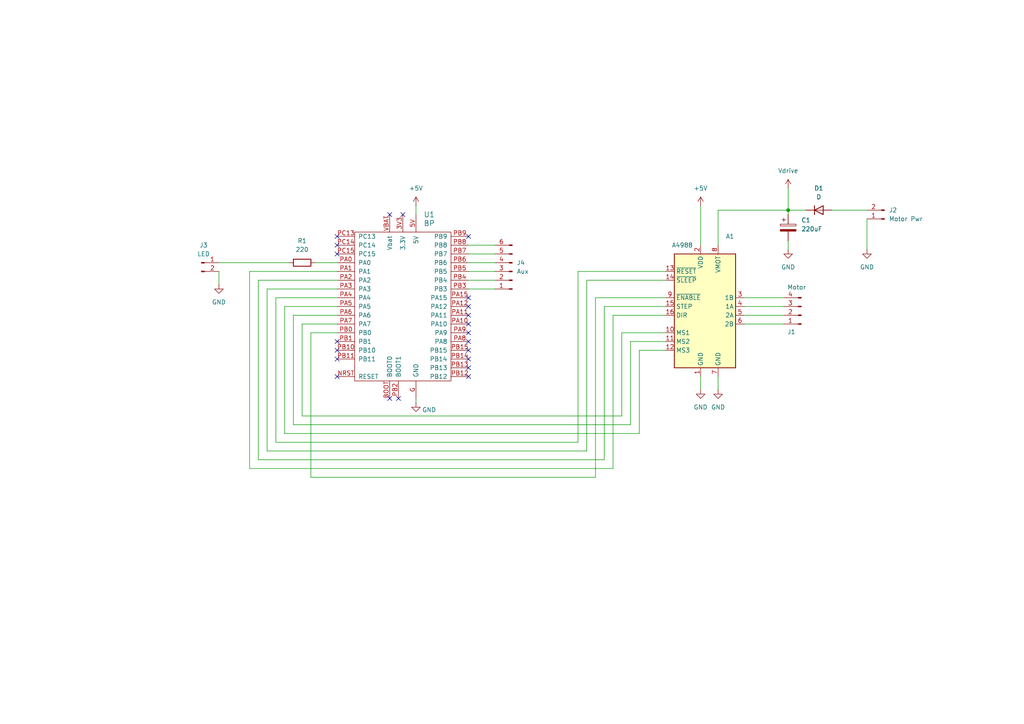
<source format=kicad_sch>
(kicad_sch (version 20231120) (generator "eeschema") (generator_version "8.0")
  (paper "A4")
  (lib_symbols
    (symbol "Connector:Conn_01x02_Pin" (pin_names (offset 1.016) hide)
      (property "Reference" "J" (at 0 2.54 0))
      (property "Value" "Conn_01x02_Pin" (at 0 -5.08 0))
      (symbol "Conn_01x02_Pin_1_1"
        (polyline (pts (xy 1.27 -2.54) (xy 0.8636 -2.54)) (stroke (width 0.1524)))
        (polyline (pts (xy 1.27 0) (xy 0.8636 0)) (stroke (width 0.1524)))
        (rectangle (start 0.8636 -2.413) (end 0 -2.667) (stroke (width 0.1524)) (fill (type outline)))
        (rectangle (start 0.8636 0.127) (end 0 -0.127) (stroke (width 0.1524)) (fill (type outline)))
        (pin passive line (at 5.08 0 180) (length 3.81) (name "Pin_1") (number "1"))
        (pin passive line (at 5.08 -2.54 180) (length 3.81) (name "Pin_2") (number "2"))
      )
    )
    (symbol "Connector:Conn_01x04_Pin" (pin_names (offset 1.016) hide)
      (property "Reference" "J" (at 0 5.08 0))
      (property "Value" "Conn_01x04_Pin" (at 0 -7.62 0))
      (symbol "Conn_01x04_Pin_1_1"
        (polyline (pts (xy 1.27 -5.08) (xy 0.8636 -5.08)) (stroke (width 0.1524)))
        (polyline (pts (xy 1.27 -2.54) (xy 0.8636 -2.54)) (stroke (width 0.1524)))
        (polyline (pts (xy 1.27 0) (xy 0.8636 0)) (stroke (width 0.1524)))
        (polyline (pts (xy 1.27 2.54) (xy 0.8636 2.54)) (stroke (width 0.1524)))
        (rectangle (start 0.8636 -4.953) (end 0 -5.207) (stroke (width 0.1524)) (fill (type outline)))
        (rectangle (start 0.8636 -2.413) (end 0 -2.667) (stroke (width 0.1524)) (fill (type outline)))
        (rectangle (start 0.8636 0.127) (end 0 -0.127) (stroke (width 0.1524)) (fill (type outline)))
        (rectangle (start 0.8636 2.667) (end 0 2.413) (stroke (width 0.1524)) (fill (type outline)))
        (pin passive line (at 5.08 2.54 180) (length 3.81) (name "Pin_1") (number "1"))
        (pin passive line (at 5.08 0 180) (length 3.81) (name "Pin_2") (number "2"))
        (pin passive line (at 5.08 -2.54 180) (length 3.81) (name "Pin_3") (number "3"))
        (pin passive line (at 5.08 -5.08 180) (length 3.81) (name "Pin_4") (number "4"))
      )
    )
    (symbol "Connector:Conn_01x06_Pin" (pin_names (offset 1.016) hide)
      (property "Reference" "J" (at 0 7.62 0))
      (property "Value" "Conn_01x06_Pin" (at 0 -10.16 0))
      (symbol "Conn_01x06_Pin_1_1"
        (polyline (pts (xy 1.27 -7.62) (xy 0.8636 -7.62)) (stroke (width 0.1524)))
        (polyline (pts (xy 1.27 -5.08) (xy 0.8636 -5.08)) (stroke (width 0.1524)))
        (polyline (pts (xy 1.27 -2.54) (xy 0.8636 -2.54)) (stroke (width 0.1524)))
        (polyline (pts (xy 1.27 0) (xy 0.8636 0)) (stroke (width 0.1524)))
        (polyline (pts (xy 1.27 2.54) (xy 0.8636 2.54)) (stroke (width 0.1524)))
        (polyline (pts (xy 1.27 5.08) (xy 0.8636 5.08)) (stroke (width 0.1524)))
        (rectangle (start 0.8636 -7.493) (end 0 -7.747) (stroke (width 0.1524)) (fill (type outline)))
        (rectangle (start 0.8636 -4.953) (end 0 -5.207) (stroke (width 0.1524)) (fill (type outline)))
        (rectangle (start 0.8636 -2.413) (end 0 -2.667) (stroke (width 0.1524)) (fill (type outline)))
        (rectangle (start 0.8636 0.127) (end 0 -0.127) (stroke (width 0.1524)) (fill (type outline)))
        (rectangle (start 0.8636 2.667) (end 0 2.413) (stroke (width 0.1524)) (fill (type outline)))
        (rectangle (start 0.8636 5.207) (end 0 4.953) (stroke (width 0.1524)) (fill (type outline)))
        (pin passive line (at 5.08 5.08 180) (length 3.81) (name "Pin_1") (number "1"))
        (pin passive line (at 5.08 2.54 180) (length 3.81) (name "Pin_2") (number "2"))
        (pin passive line (at 5.08 0 180) (length 3.81) (name "Pin_3") (number "3"))
        (pin passive line (at 5.08 -2.54 180) (length 3.81) (name "Pin_4") (number "4"))
        (pin passive line (at 5.08 -5.08 180) (length 3.81) (name "Pin_5") (number "5"))
        (pin passive line (at 5.08 -7.62 180) (length 3.81) (name "Pin_6") (number "6"))
      )
    )
    (symbol "Device:C_Polarized" (pin_numbers hide) (pin_names (offset 0.254))
      (property "Reference" "C" (at 0.635 2.54 0))
      (property "Value" "C_Polarized" (at 0.635 -2.54 0))
      (symbol "C_Polarized_0_1"
        (rectangle (start -2.286 0.508) (end 2.286 1.016))
        (polyline (pts (xy -1.778 2.286) (xy -0.762 2.286)))
        (polyline (pts (xy -1.27 2.794) (xy -1.27 1.778)))
        (rectangle (start 2.286 -0.508) (end -2.286 -1.016) (fill (type outline)))
      )
      (symbol "C_Polarized_1_1"
        (pin passive line (at 0 3.81 270) (length 2.794) (name "~") (number "1"))
        (pin passive line (at 0 -3.81 90) (length 2.794) (name "~") (number "2"))
      )
    )
    (symbol "Device:D" (pin_numbers hide) (pin_names (offset 1.016) hide)
      (property "Reference" "D" (at 0 2.54 0))
      (property "Value" "D" (at 0 -2.54 0))
      (symbol "D_0_1"
        (polyline (pts (xy -1.27 1.27) (xy -1.27 -1.27)) (stroke (width 0.254)))
        (polyline (pts (xy 1.27 0) (xy -1.27 0)))
        (polyline (pts (xy 1.27 1.27) (xy 1.27 -1.27) (xy -1.27 0) (xy 1.27 1.27)) (stroke (width 0.254)))
      )
      (symbol "D_1_1"
        (pin passive line (at -3.81 0 0) (length 2.54) (name "K") (number "1"))
        (pin passive line (at 3.81 0 180) (length 2.54) (name "A") (number "2"))
      )
    )
    (symbol "Device:R" (pin_numbers hide) (pin_names (offset 0))
      (property "Reference" "R" (at 2.032 0 90))
      (property "Value" "R" (at 0 0 90))
      (symbol "R_0_1"
        (rectangle (start -1.016 -2.54) (end 1.016 2.54) (stroke (width 0.254)))
      )
      (symbol "R_1_1"
        (pin passive line (at 0 3.81 270) (length 1.27) (name "~") (number "1"))
        (pin passive line (at 0 -3.81 90) (length 1.27) (name "~") (number "2"))
      )
    )
    (symbol "Driver_Motor:Pololu_Breakout_A4988"
      (property "Reference" "A" (at -2.54 19.05 0))
      (property "Value" "Pololu_Breakout_A4988" (at -2.54 16.51 0))
      (symbol "Pololu_Breakout_A4988_0_1"
        (rectangle (start 10.16 -17.78) (end -7.62 15.24) (stroke (width 0.254)) (fill (type background)))
      )
      (symbol "Pololu_Breakout_A4988_1_1"
        (pin power_in line (at 0 -20.32 90) (length 2.54) (name "GND") (number "1"))
        (pin input line (at -10.16 -7.62 0) (length 2.54) (name "MS1") (number "10"))
        (pin input line (at -10.16 -10.16 0) (length 2.54) (name "MS2") (number "11"))
        (pin input line (at -10.16 -12.7 0) (length 2.54) (name "MS3") (number "12"))
        (pin input line (at -10.16 10.16 0) (length 2.54) (name "~{RESET}") (number "13"))
        (pin input line (at -10.16 7.62 0) (length 2.54) (name "~{SLEEP}") (number "14"))
        (pin input line (at -10.16 0 0) (length 2.54) (name "STEP") (number "15"))
        (pin input line (at -10.16 -2.54 0) (length 2.54) (name "DIR") (number "16"))
        (pin power_in line (at 0 17.78 270) (length 2.54) (name "VDD") (number "2"))
        (pin output line (at 12.7 2.54 180) (length 2.54) (name "1B") (number "3"))
        (pin output line (at 12.7 0 180) (length 2.54) (name "1A") (number "4"))
        (pin output line (at 12.7 -2.54 180) (length 2.54) (name "2A") (number "5"))
        (pin output line (at 12.7 -5.08 180) (length 2.54) (name "2B") (number "6"))
        (pin power_in line (at 5.08 -20.32 90) (length 2.54) (name "GND") (number "7"))
        (pin power_in line (at 5.08 17.78 270) (length 2.54) (name "VMOT") (number "8"))
        (pin input line (at -10.16 2.54 0) (length 2.54) (name "~{ENABLE}") (number "9"))
      )
    )
    (symbol "bp:BP" (pin_names (offset 1.016))
      (property "Reference" "U" (at -12.7 22.86 0))
      (property "Value" "BP" (at 7.62 -24.13 0))
      (symbol "BP_0_1"
        (rectangle (start -13.97 21.59) (end 13.97 -21.59))
      )
      (symbol "BP_1_1"
        (pin power_out line (at 0 26.67 270) (length 5.08) (name "3.3V") (number "3V3"))
        (pin power_out line (at 3.81 26.67 270) (length 5.08) (name "5V") (number "5V"))
        (pin input line (at -3.81 -26.67 90) (length 5.08) (name "BOOT0") (number "BOOT"))
        (pin power_out line (at 3.81 -26.67 90) (length 5.08) (name "GND") (number "G"))
        (pin input line (at -19.05 -20.32 0) (length 5.08) (name "RESET") (number "NRST"))
        (pin bidirectional line (at -19.05 12.7 0) (length 5.08) (name "PA0") (number "PA0"))
        (pin bidirectional line (at -19.05 10.16 0) (length 5.08) (name "PA1") (number "PA1"))
        (pin bidirectional line (at 19.05 -5.08 180) (length 5.08) (name "PA10") (number "PA10"))
        (pin bidirectional line (at 19.05 -2.54 180) (length 5.08) (name "PA11") (number "PA11"))
        (pin bidirectional line (at 19.05 0 180) (length 5.08) (name "PA12") (number "PA12"))
        (pin bidirectional line (at 19.05 2.54 180) (length 5.08) (name "PA15") (number "PA15"))
        (pin bidirectional line (at -19.05 7.62 0) (length 5.08) (name "PA2") (number "PA2"))
        (pin bidirectional line (at -19.05 5.08 0) (length 5.08) (name "PA3") (number "PA3"))
        (pin bidirectional line (at -19.05 2.54 0) (length 5.08) (name "PA4") (number "PA4"))
        (pin bidirectional line (at -19.05 0 0) (length 5.08) (name "PA5") (number "PA5"))
        (pin bidirectional line (at -19.05 -2.54 0) (length 5.08) (name "PA6") (number "PA6"))
        (pin bidirectional line (at -19.05 -5.08 0) (length 5.08) (name "PA7") (number "PA7"))
        (pin bidirectional line (at 19.05 -10.16 180) (length 5.08) (name "PA8") (number "PA8"))
        (pin bidirectional line (at 19.05 -7.62 180) (length 5.08) (name "PA9") (number "PA9"))
        (pin bidirectional line (at -19.05 -7.62 0) (length 5.08) (name "PB0") (number "PB0"))
        (pin bidirectional line (at -19.05 -10.16 0) (length 5.08) (name "PB1") (number "PB1"))
        (pin bidirectional line (at -19.05 -12.7 0) (length 5.08) (name "PB10") (number "PB10"))
        (pin bidirectional line (at -19.05 -15.24 0) (length 5.08) (name "PB11") (number "PB11"))
        (pin bidirectional line (at 19.05 -20.32 180) (length 5.08) (name "PB12") (number "PB12"))
        (pin bidirectional line (at 19.05 -17.78 180) (length 5.08) (name "PB13") (number "PB13"))
        (pin bidirectional line (at 19.05 -15.24 180) (length 5.08) (name "PB14") (number "PB14"))
        (pin bidirectional line (at 19.05 -12.7 180) (length 5.08) (name "PB15") (number "PB15"))
        (pin input line (at -1.27 -26.67 90) (length 5.08) (name "BOOT1") (number "PB2"))
        (pin bidirectional line (at 19.05 5.08 180) (length 5.08) (name "PB3") (number "PB3"))
        (pin bidirectional line (at 19.05 7.62 180) (length 5.08) (name "PB4") (number "PB4"))
        (pin bidirectional line (at 19.05 10.16 180) (length 5.08) (name "PB5") (number "PB5"))
        (pin bidirectional line (at 19.05 12.7 180) (length 5.08) (name "PB6") (number "PB6"))
        (pin bidirectional line (at 19.05 15.24 180) (length 5.08) (name "PB7") (number "PB7"))
        (pin bidirectional line (at 19.05 17.78 180) (length 5.08) (name "PB8") (number "PB8"))
        (pin bidirectional line (at 19.05 20.32 180) (length 5.08) (name "PB9") (number "PB9"))
        (pin bidirectional line (at -19.05 20.32 0) (length 5.08) (name "PC13") (number "PC13"))
        (pin bidirectional line (at -19.05 17.78 0) (length 5.08) (name "PC14") (number "PC14"))
        (pin bidirectional line (at -19.05 15.24 0) (length 5.08) (name "PC15") (number "PC15"))
        (pin power_in line (at -3.81 26.67 270) (length 5.08) (name "Vbat") (number "VBAT"))
      )
    )
    (symbol "power:+5V" (power) (pin_numbers hide) (pin_names (offset 0) hide)
      (property "Value" "+5V" (at 0 3.556 0))
      (symbol "+5V_0_1"
        (polyline (pts (xy -0.762 1.27) (xy 0 2.54)))
        (polyline (pts (xy 0 0) (xy 0 2.54)))
        (polyline (pts (xy 0 2.54) (xy 0.762 1.27)))
      )
      (symbol "+5V_1_1"
        (pin power_in line (at 0 0 90) (length 0) (name "~") (number "1"))
      )
    )
    (symbol "power:GND" (power) (pin_numbers hide) (pin_names (offset 0) hide)
      (property "Value" "GND" (at 0 -3.81 0))
      (symbol "GND_0_1"
        (polyline (pts (xy 0 0) (xy 0 -1.27) (xy 1.27 -1.27) (xy 0 -2.54) (xy -1.27 -1.27) (xy 0 -1.27)))
      )
      (symbol "GND_1_1"
        (pin power_in line (at 0 0 270) (length 0) (name "~") (number "1"))
      )
    )
    (symbol "power:Vdrive" (power) (pin_numbers hide) (pin_names (offset 0) hide)
      (property "Value" "Vdrive" (at 0 3.556 0))
      (symbol "Vdrive_0_1"
        (polyline (pts (xy -0.762 1.27) (xy 0 2.54)))
        (polyline (pts (xy 0 0) (xy 0 2.54)))
        (polyline (pts (xy 0 2.54) (xy 0.762 1.27)))
      )
      (symbol "Vdrive_1_1"
        (pin power_in line (at 0 0 90) (length 0) (name "~") (number "1"))
      )
    )
  )
  (junction (at 228.6 60.96))
  (no_connect (at 97.79 71.12))
  (no_connect (at 113.03 62.23))
  (no_connect (at 97.79 73.66))
  (no_connect (at 135.89 101.6))
  (no_connect (at 135.89 99.06))
  (no_connect (at 135.89 106.68))
  (no_connect (at 97.79 68.58))
  (no_connect (at 135.89 104.14))
  (no_connect (at 135.89 96.52))
  (no_connect (at 97.79 104.14))
  (no_connect (at 97.79 109.22))
  (no_connect (at 97.79 99.06))
  (no_connect (at 135.89 68.58))
  (no_connect (at 135.89 86.36))
  (no_connect (at 115.57 115.57))
  (no_connect (at 135.89 109.22))
  (no_connect (at 97.79 101.6))
  (no_connect (at 116.84 62.23))
  (no_connect (at 113.03 115.57))
  (no_connect (at 135.89 91.44))
  (no_connect (at 135.89 93.98))
  (no_connect (at 135.89 88.9))
  (wire (pts (xy 177.8 91.44) (xy 193.04 91.44)))
  (wire (pts (xy 120.65 59.69) (xy 120.65 62.23)))
  (wire (pts (xy 170.18 81.28) (xy 193.04 81.28)))
  (wire (pts (xy 208.28 109.22) (xy 208.28 113.03)))
  (wire (pts (xy 63.5 76.2) (xy 83.82 76.2)))
  (wire (pts (xy 82.55 125.73) (xy 185.42 125.73)))
  (wire (pts (xy 97.79 96.52) (xy 90.17 96.52)))
  (wire (pts (xy 87.63 120.65) (xy 180.34 120.65)))
  (wire (pts (xy 87.63 120.65) (xy 87.63 93.98)))
  (wire (pts (xy 228.6 60.96) (xy 228.6 62.23)))
  (wire (pts (xy 77.47 83.82) (xy 97.79 83.82)))
  (wire (pts (xy 91.44 76.2) (xy 97.79 76.2)))
  (wire (pts (xy 135.89 71.12) (xy 143.51 71.12)))
  (wire (pts (xy 203.2 59.69) (xy 203.2 71.12)))
  (wire (pts (xy 74.93 133.35) (xy 175.26 133.35)))
  (wire (pts (xy 80.01 128.27) (xy 167.64 128.27)))
  (wire (pts (xy 72.39 78.74) (xy 72.39 135.89)))
  (wire (pts (xy 77.47 83.82) (xy 77.47 130.81)))
  (wire (pts (xy 63.5 78.74) (xy 63.5 82.55)))
  (wire (pts (xy 180.34 96.52) (xy 193.04 96.52)))
  (wire (pts (xy 177.8 135.89) (xy 177.8 91.44)))
  (wire (pts (xy 182.88 99.06) (xy 193.04 99.06)))
  (wire (pts (xy 87.63 93.98) (xy 97.79 93.98)))
  (wire (pts (xy 215.9 91.44) (xy 227.33 91.44)))
  (wire (pts (xy 85.09 123.19) (xy 182.88 123.19)))
  (wire (pts (xy 77.47 130.81) (xy 170.18 130.81)))
  (wire (pts (xy 170.18 130.81) (xy 170.18 81.28)))
  (wire (pts (xy 82.55 88.9) (xy 82.55 125.73)))
  (wire (pts (xy 203.2 109.22) (xy 203.2 113.03)))
  (wire (pts (xy 172.72 138.43) (xy 172.72 86.36)))
  (wire (pts (xy 97.79 91.44) (xy 85.09 91.44)))
  (wire (pts (xy 215.9 88.9) (xy 227.33 88.9)))
  (wire (pts (xy 228.6 54.61) (xy 228.6 60.96)))
  (wire (pts (xy 85.09 91.44) (xy 85.09 123.19)))
  (wire (pts (xy 182.88 123.19) (xy 182.88 99.06)))
  (wire (pts (xy 228.6 60.96) (xy 233.68 60.96)))
  (wire (pts (xy 80.01 86.36) (xy 80.01 128.27)))
  (wire (pts (xy 208.28 71.12) (xy 208.28 60.96)))
  (wire (pts (xy 135.89 83.82) (xy 143.51 83.82)))
  (wire (pts (xy 241.3 60.96) (xy 251.46 60.96)))
  (wire (pts (xy 135.89 78.74) (xy 143.51 78.74)))
  (wire (pts (xy 72.39 135.89) (xy 177.8 135.89)))
  (wire (pts (xy 135.89 73.66) (xy 143.51 73.66)))
  (wire (pts (xy 80.01 86.36) (xy 97.79 86.36)))
  (wire (pts (xy 208.28 60.96) (xy 228.6 60.96)))
  (wire (pts (xy 215.9 93.98) (xy 227.33 93.98)))
  (wire (pts (xy 97.79 88.9) (xy 82.55 88.9)))
  (wire (pts (xy 167.64 78.74) (xy 193.04 78.74)))
  (wire (pts (xy 175.26 88.9) (xy 193.04 88.9)))
  (wire (pts (xy 135.89 81.28) (xy 143.51 81.28)))
  (wire (pts (xy 175.26 88.9) (xy 175.26 133.35)))
  (wire (pts (xy 185.42 125.73) (xy 185.42 101.6)))
  (wire (pts (xy 135.89 76.2) (xy 143.51 76.2)))
  (wire (pts (xy 74.93 81.28) (xy 97.79 81.28)))
  (wire (pts (xy 74.93 81.28) (xy 74.93 133.35)))
  (wire (pts (xy 185.42 101.6) (xy 193.04 101.6)))
  (wire (pts (xy 72.39 78.74) (xy 97.79 78.74)))
  (wire (pts (xy 172.72 86.36) (xy 193.04 86.36)))
  (wire (pts (xy 180.34 120.65) (xy 180.34 96.52)))
  (wire (pts (xy 167.64 128.27) (xy 167.64 78.74)))
  (wire (pts (xy 228.6 69.85) (xy 228.6 72.39)))
  (wire (pts (xy 120.65 115.57) (xy 120.65 116.84)))
  (wire (pts (xy 215.9 86.36) (xy 227.33 86.36)))
  (wire (pts (xy 90.17 96.52) (xy 90.17 138.43)))
  (wire (pts (xy 90.17 138.43) (xy 172.72 138.43)))
  (wire (pts (xy 251.46 63.5) (xy 251.46 72.39)))
  (symbol (lib_id "Connector:Conn_01x04_Pin") (at 232.41 91.44 180) (unit 1)
    (property "Reference" "J1" (at 228.346 96.266 0) (effects (justify right)))
    (property "Value" "Motor" (at 228.346 83.312 0) (effects (justify right)))
    (property "Footprint" "Connector_PinHeader_2.54mm:PinHeader_1x04_P2.54mm_Vertical" (effects (hide yes)))
    (property "Description" "Generic connector, single row, 01x04, script generated" (effects (hide yes)))
  )
  (symbol (lib_id "power:+5V") (at 203.2 59.69 0) (unit 1)
    (property "Reference" "#PWR02" (effects (hide yes)))
    (property "Value" "+5V" (at 203.2 54.61 0))
    (property "Description" "Power symbol creates a global label with name \"+5V\"" (effects (hide yes)))
  )
  (symbol (lib_id "power:GND") (at 228.6 72.39 0) (unit 1)
    (property "Reference" "#PWR07" (effects (hide yes)))
    (property "Value" "GND" (at 228.6 77.47 0))
    (property "Description" "Power symbol creates a global label with name \"GND\" , ground" (effects (hide yes)))
  )
  (symbol (lib_id "power:GND") (at 120.65 116.84 0) (unit 1)
    (property "Reference" "#PWR03" (effects (hide yes)))
    (property "Value" "GND" (at 124.46 118.872 0))
    (property "Description" "Power symbol creates a global label with name \"GND\" , ground" (effects (hide yes)))
  )
  (symbol (lib_id "power:GND") (at 63.5 82.55 0) (unit 1)
    (property "Reference" "#PWR08" (effects (hide yes)))
    (property "Value" "GND" (at 63.5 87.63 0))
    (property "Description" "Power symbol creates a global label with name \"GND\" , ground" (effects (hide yes)))
  )
  (symbol (lib_id "Driver_Motor:Pololu_Breakout_A4988") (at 203.2 88.9 0) (unit 1)
    (property "Reference" "A1" (at 210.4741 68.58 0) (effects (justify left)))
    (property "Value" "A4988" (at 194.818 71.12 0) (effects (justify left)))
    (property "Footprint" "Module:Pololu_Breakout-16_15.2x20.3mm" (effects (hide yes)))
    (property "Datasheet" "https://www.pololu.com/product/2980/pictures" (effects (hide yes)))
    (property "Description" "Pololu Breakout Board, Stepper Driver A4988" (effects (hide yes)))
  )
  (symbol (lib_id "power:Vdrive") (at 228.6 54.61 0) (unit 1)
    (property "Reference" "#PWR09" (effects (hide yes)))
    (property "Value" "Vdrive" (at 228.6 49.53 0))
    (property "Description" "Power symbol creates a global label with name \"Vdrive\"" (effects (hide yes)))
  )
  (symbol (lib_id "Device:R") (at 87.63 76.2 90) (unit 1)
    (property "Reference" "R1" (at 87.63 69.85 90))
    (property "Value" "220" (at 87.63 72.39 90))
    (property "Footprint" "PCM_Resistor_SMD_AKL:R_0805_2012Metric" (effects (hide yes)))
    (property "Description" "Resistor" (effects (hide yes)))
  )
  (symbol (lib_id "power:+5V") (at 120.65 59.69 0) (unit 1)
    (property "Reference" "#PWR01" (effects (hide yes)))
    (property "Value" "+5V" (at 120.65 54.61 0))
    (property "Description" "Power symbol creates a global label with name \"+5V\"" (effects (hide yes)))
  )
  (symbol (lib_id "bp:BP") (at 116.84 88.9 0) (unit 1)
    (property "Reference" "U1" (at 122.8441 62.23 0) (effects (font (size 1.524 1.524)) (justify left)))
    (property "Value" "BP" (at 122.8441 64.77 0) (effects (font (size 1.524 1.524)) (justify left)))
    (property "Footprint" "blue-pill-kicad:blue_pill" (effects (hide yes)))
    (property "Datasheet" "https://www.electronicshub.org/getting-started-with-stm32f103c8t6-blue-pill/" (effects (hide yes)))
  )
  (symbol (lib_id "power:GND") (at 208.28 113.03 0) (unit 1)
    (property "Reference" "#PWR05" (effects (hide yes)))
    (property "Value" "GND" (at 208.28 118.11 0))
    (property "Description" "Power symbol creates a global label with name \"GND\" , ground" (effects (hide yes)))
  )
  (symbol (lib_id "power:GND") (at 203.2 113.03 0) (unit 1)
    (property "Reference" "#PWR04" (effects (hide yes)))
    (property "Value" "GND" (at 203.2 118.11 0))
    (property "Description" "Power symbol creates a global label with name \"GND\" , ground" (effects (hide yes)))
  )
  (symbol (lib_id "Connector:Conn_01x02_Pin") (at 58.42 76.2 0) (unit 1)
    (property "Reference" "J3" (at 59.055 71.12 0))
    (property "Value" "LED" (at 59.055 73.66 0))
    (property "Footprint" "Connector_PinHeader_2.54mm:PinHeader_1x02_P2.54mm_Vertical" (effects (hide yes)))
    (property "Description" "Generic connector, single row, 01x02, script generated" (effects (hide yes)))
  )
  (symbol (lib_id "power:GND") (at 251.46 72.39 0) (unit 1)
    (property "Reference" "#PWR06" (effects (hide yes)))
    (property "Value" "GND" (at 251.46 77.47 0))
    (property "Description" "Power symbol creates a global label with name \"GND\" , ground" (effects (hide yes)))
  )
  (symbol (lib_id "Connector:Conn_01x06_Pin") (at 148.59 78.74 180) (unit 1)
    (property "Reference" "J4" (at 149.86 76.1999 0) (effects (justify right)))
    (property "Value" "Aux" (at 149.86 78.7399 0) (effects (justify right)))
    (property "Footprint" "Connector_Molex:Molex_KK-254_AE-6410-06A_1x06_P2.54mm_Vertical" (effects (hide yes)))
    (property "Description" "Generic connector, single row, 01x06, script generated" (effects (hide yes)))
  )
  (symbol (lib_id "Device:C_Polarized") (at 228.6 66.04 0) (unit 1)
    (property "Reference" "C1" (at 232.41 63.8809 0) (effects (justify left)))
    (property "Value" "220uF" (at 232.41 66.4209 0) (effects (justify left)))
    (property "Footprint" "Capacitor_SMD:CP_Elec_8x6.2" (effects (hide yes)))
    (property "Description" "Polarized capacitor" (effects (hide yes)))
  )
  (symbol (lib_id "Device:D") (at 237.49 60.96 0) (unit 1)
    (property "Reference" "D1" (at 237.49 54.61 0))
    (property "Value" "D" (at 237.49 57.15 0))
    (property "Footprint" "Diode_SMD:D_SMC-RM10_Universal_Handsoldering" (effects (hide yes)))
    (property "Description" "Diode" (effects (hide yes)))
    (property "Sim.Device" "D" (effects (hide yes)))
    (property "Sim.Pins" "1=K 2=A" (effects (hide yes)))
  )
  (symbol (lib_id "Connector:Conn_01x02_Pin") (at 256.54 63.5 180) (unit 1)
    (property "Reference" "J2" (at 257.81 60.9599 0) (effects (justify right)))
    (property "Value" "Motor Pwr" (at 257.81 63.4999 0) (effects (justify right)))
    (property "Footprint" "Connector_PinHeader_2.54mm:PinHeader_1x02_P2.54mm_Vertical" (effects (hide yes)))
    (property "Description" "Generic connector, single row, 01x02, script generated" (effects (hide yes)))
  )
)
</source>
